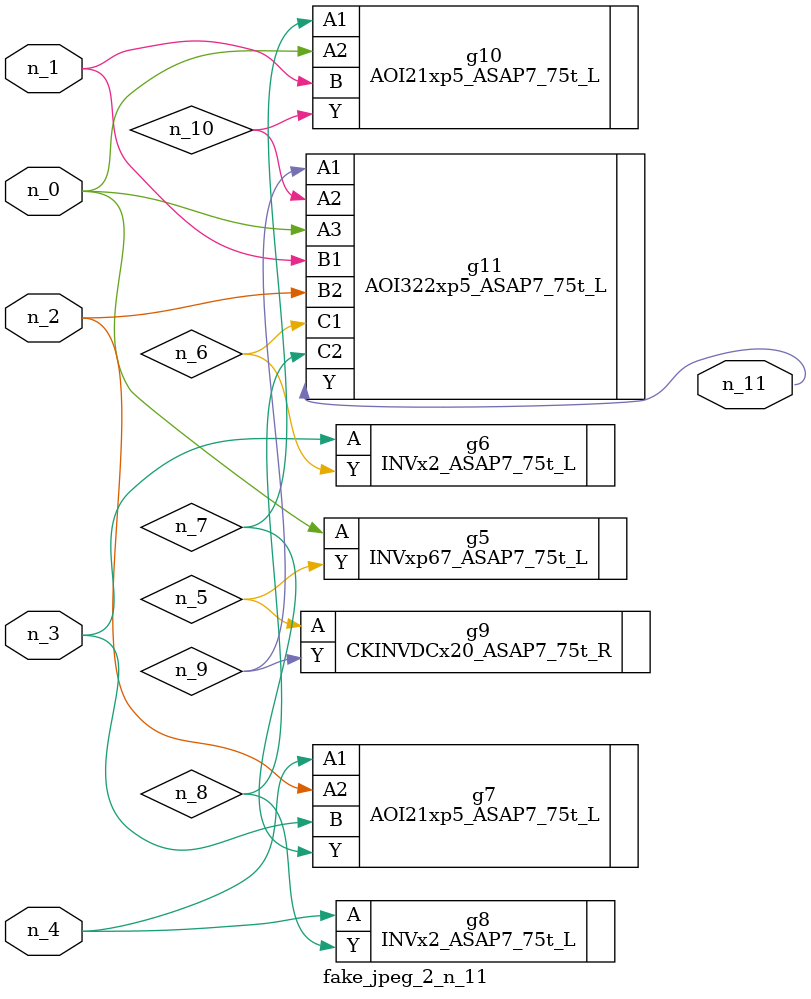
<source format=v>
module fake_jpeg_2_n_11 (n_3, n_2, n_1, n_0, n_4, n_11);

input n_3;
input n_2;
input n_1;
input n_0;
input n_4;

output n_11;

wire n_10;
wire n_8;
wire n_9;
wire n_6;
wire n_5;
wire n_7;

INVxp67_ASAP7_75t_L g5 ( 
.A(n_0),
.Y(n_5)
);

INVx2_ASAP7_75t_L g6 ( 
.A(n_3),
.Y(n_6)
);

AOI21xp5_ASAP7_75t_L g7 ( 
.A1(n_4),
.A2(n_2),
.B(n_3),
.Y(n_7)
);

INVx2_ASAP7_75t_L g8 ( 
.A(n_4),
.Y(n_8)
);

CKINVDCx20_ASAP7_75t_R g9 ( 
.A(n_5),
.Y(n_9)
);

AOI322xp5_ASAP7_75t_L g11 ( 
.A1(n_9),
.A2(n_10),
.A3(n_0),
.B1(n_1),
.B2(n_2),
.C1(n_6),
.C2(n_8),
.Y(n_11)
);

AOI21xp5_ASAP7_75t_L g10 ( 
.A1(n_7),
.A2(n_0),
.B(n_1),
.Y(n_10)
);


endmodule
</source>
